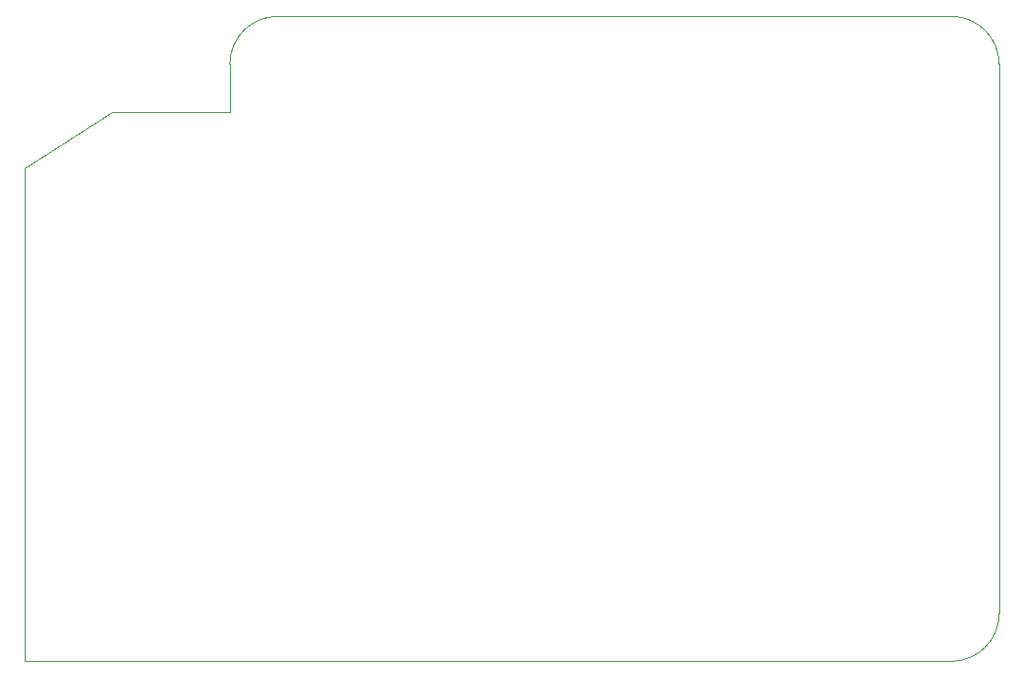
<source format=gbr>
%TF.GenerationSoftware,KiCad,Pcbnew,(6.0.7)*%
%TF.CreationDate,2023-01-16T15:03:51+03:00*%
%TF.ProjectId,Omarichet Sensor Shield 2,4f6d6172-6963-4686-9574-2053656e736f,rev?*%
%TF.SameCoordinates,Original*%
%TF.FileFunction,Profile,NP*%
%FSLAX46Y46*%
G04 Gerber Fmt 4.6, Leading zero omitted, Abs format (unit mm)*
G04 Created by KiCad (PCBNEW (6.0.7)) date 2023-01-16 15:03:51*
%MOMM*%
%LPD*%
G01*
G04 APERTURE LIST*
%TA.AperFunction,Profile*%
%ADD10C,0.100000*%
%TD*%
G04 APERTURE END LIST*
D10*
X120340000Y-78810000D02*
X121590000Y-78810000D01*
X185840000Y-127810000D02*
X103340000Y-127810000D01*
X125840000Y-70310000D02*
X185840000Y-70310000D01*
X185840000Y-127810000D02*
G75*
G03*
X190090000Y-123560000I0J4250000D01*
G01*
X103340000Y-127810000D02*
X103340000Y-83810000D01*
X190090000Y-74560000D02*
G75*
G03*
X185840000Y-70310000I-4250000J0D01*
G01*
X103340000Y-83810000D02*
X111090000Y-78810000D01*
X125840000Y-70310000D02*
G75*
G03*
X121590000Y-74560000I0J-4250000D01*
G01*
X111090000Y-78810000D02*
X120340000Y-78810000D01*
X121590000Y-74560000D02*
X121590000Y-78810000D01*
X190090000Y-123560000D02*
X190090000Y-74560000D01*
M02*

</source>
